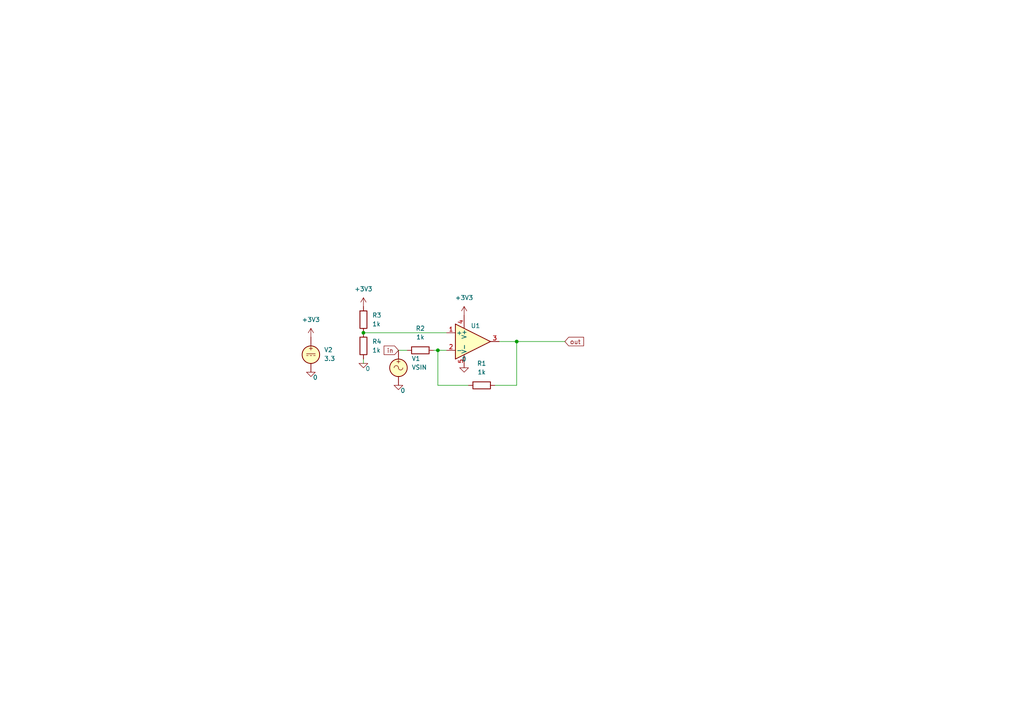
<source format=kicad_sch>
(kicad_sch (version 20230819) (generator eeschema)
  (paper "A4")
  (lib_symbols
    (symbol "Device:R" (pin_numbers hide) (pin_names (offset 0))
      (property "Reference" "R" (at 2.032 0 90))
      (property "Value" "R" (at 0 0 90))
      (symbol "R_0_1"
        (rectangle (start -1.016 -2.54) (end 1.016 2.54) (stroke (width 0.254)))
      )
      (symbol "R_1_1"
        (pin passive line (at 0 3.81 270) (length 1.27) (name "~") (number "1"))
        (pin passive line (at 0 -3.81 90) (length 1.27) (name "~") (number "2"))
      )
    )
    (symbol "Simulation_SPICE:0" (power) (pin_names (offset 0))
      (property "Value" "0" (at 0 -1.778 0))
      (symbol "0_0_1"
        (polyline (pts (xy -1.27 0) (xy 0 -1.27) (xy 1.27 0) (xy -1.27 0)))
      )
      (symbol "0_1_1"
        (pin power_in line (at 0 0 0) (length 0) hide (name "0") (number "1"))
      )
    )
    (symbol "Simulation_SPICE:OPAMP" (pin_names (offset 0.254))
      (property "Reference" "U" (at 3.81 3.175 0))
      (property "Value" "${SIM.PARAMS}" (at 3.81 -3.175 0))
      (symbol "OPAMP_0_1"
        (polyline (pts (xy 5.08 0) (xy -5.08 5.08) (xy -5.08 -5.08) (xy 5.08 0)) (stroke (width 0.254)) (fill (type background)))
      )
      (symbol "OPAMP_1_1"
        (pin input line (at -7.62 2.54 0) (length 2.54) (name "+") (number "1"))
        (pin input line (at -7.62 -2.54 0) (length 2.54) (name "-") (number "2"))
        (pin output line (at 7.62 0 180) (length 2.54) (name "~") (number "3"))
        (pin power_in line (at -2.54 7.62 270) (length 3.81) (name "V+") (number "4"))
        (pin power_in line (at -2.54 -7.62 90) (length 3.81) (name "V-") (number "5"))
      )
    )
    (symbol "Simulation_SPICE:VDC" (pin_numbers hide) (pin_names (offset 0.0254))
      (property "Reference" "V" (at 2.54 2.54 0))
      (property "Value" "1" (at 2.54 0 0))
      (symbol "VDC_0_0"
        (polyline (pts (xy -1.27 0.254) (xy 1.27 0.254)))
        (polyline (pts (xy -0.762 -0.254) (xy -1.27 -0.254)))
        (polyline (pts (xy 0.254 -0.254) (xy -0.254 -0.254)))
        (polyline (pts (xy 1.27 -0.254) (xy 0.762 -0.254)))
        (text "+" (at 0 1.905 0) (effects (font (size 1.27 1.27))))
      )
      (symbol "VDC_0_1"
        (circle (center 0 0) (radius 2.54) (stroke (width 0.254)) (fill (type background)))
      )
      (symbol "VDC_1_1"
        (pin passive line (at 0 5.08 270) (length 2.54) (name "~") (number "1"))
        (pin passive line (at 0 -5.08 90) (length 2.54) (name "~") (number "2"))
      )
    )
    (symbol "Simulation_SPICE:VSIN" (pin_numbers hide) (pin_names (offset 0.0254))
      (property "Reference" "V" (at 2.54 2.54 0))
      (property "Value" "VSIN" (at 2.54 0 0))
      (property "Sim.Params" "dc=0 ampl=1 f=1k ac=1" (at 2.54 -2.54 0))
      (symbol "VSIN_0_0"
        (arc (start 0 0) (mid -0.635 0.6323) (end -1.27 0))
        (arc (start 0 0) (mid 0.635 -0.6323) (end 1.27 0))
        (text "+" (at 0 1.905 0) (effects (font (size 1.27 1.27))))
      )
      (symbol "VSIN_0_1"
        (circle (center 0 0) (radius 2.54) (stroke (width 0.254)) (fill (type background)))
      )
      (symbol "VSIN_1_1"
        (pin passive line (at 0 5.08 270) (length 2.54) (name "~") (number "1"))
        (pin passive line (at 0 -5.08 90) (length 2.54) (name "~") (number "2"))
      )
    )
    (symbol "power:+3V3" (power) (pin_names (offset 0))
      (property "Value" "+3V3" (at 0 3.556 0))
      (symbol "+3V3_0_1"
        (polyline (pts (xy -0.762 1.27) (xy 0 2.54)))
        (polyline (pts (xy 0 0) (xy 0 2.54)))
        (polyline (pts (xy 0 2.54) (xy 0.762 1.27)))
      )
      (symbol "+3V3_1_1"
        (pin power_in line (at 0 0 90) (length 0) hide (name "+3V3") (number "1"))
      )
    )
  )
  (junction (at 127 101.6))
  (junction (at 105.41 96.52))
  (junction (at 149.86 99.06))
  (wire (pts (xy 149.86 99.06) (xy 163.83 99.06)))
  (wire (pts (xy 105.41 96.52) (xy 129.54 96.52)))
  (wire (pts (xy 127 101.6) (xy 127 111.76)))
  (wire (pts (xy 127 111.76) (xy 135.89 111.76)))
  (wire (pts (xy 125.73 101.6) (xy 127 101.6)))
  (wire (pts (xy 105.41 105.41) (xy 105.41 104.14)))
  (wire (pts (xy 144.78 99.06) (xy 149.86 99.06)))
  (wire (pts (xy 149.86 111.76) (xy 149.86 99.06)))
  (wire (pts (xy 127 101.6) (xy 129.54 101.6)))
  (wire (pts (xy 143.51 111.76) (xy 149.86 111.76)))
  (wire (pts (xy 118.11 101.6) (xy 115.57 101.6)))
  (global_label "in" (shape input) (at 115.57 101.6 180) (property "Intersheetrefs" "${INTERSHEET_REFS}" (effects hide)))
  (global_label "out" (shape input) (at 163.83 99.06 0) (property "Intersheetrefs" "${INTERSHEET_REFS}" (effects hide)))
  (symbol (lib_id "power:+3V3") (at 90.17 97.79 0) (unit 1)
    (property "Reference" "#PWR01" (effects hide))
    (property "Value" "+3V3" (at 90.17 92.71 0))
    (property "Description" "Power symbol creates a global label with name \"+3V3\"" (effects hide))
  )
  (symbol (lib_id "power:+3V3") (at 134.62 91.44 0) (unit 1)
    (property "Reference" "#PWR02" (effects hide))
    (property "Value" "+3V3" (at 134.62 86.36 0))
    (property "Description" "Power symbol creates a global label with name \"+3V3\"" (effects hide))
  )
  (symbol (lib_id "power:+3V3") (at 105.41 88.9 0) (unit 1)
    (property "Reference" "#PWR03" (effects hide))
    (property "Value" "+3V3" (at 105.41 83.82 0))
    (property "Description" "Power symbol creates a global label with name \"+3V3\"" (effects hide))
  )
  (symbol (lib_id "Device:R") (at 121.92 101.6 90) (unit 1)
    (property "Reference" "R2" (at 121.92 95.25 90))
    (property "Value" "1k" (at 121.92 97.79 90))
    (property "Description" "Resistor" (effects hide))
  )
  (symbol (lib_id "Simulation_SPICE:VDC") (at 90.17 102.87 0) (unit 1)
    (property "Reference" "V2" (at 93.98 101.4701 0) (effects (justify left)))
    (property "Value" "3.3" (at 93.98 104.0101 0) (effects (justify left)))
    (property "Description" "Voltage source, DC" (effects hide))
    (property "Sim.Pins" "1=+ 2=-" (effects hide))
    (property "Sim.Type" "DC" (effects hide))
    (property "Sim.Device" "V" (effects hide))
  )
  (symbol (lib_id "Simulation_SPICE:OPAMP") (at 137.16 99.06 0) (unit 1)
    (property "Reference" "U1" (at 137.922 94.488 0))
    (property "Value" "${SIM.PARAMS}" (effects hide))
    (property "Description" "Operational amplifier, single, node sequence=1:+ 2:- 3:OUT 4:V+ 5:V-" (effects hide))
    (property "Sim.Pins" "1=1 2=2 3=45 4=99 5=50" (effects hide))
    (property "Sim.Device" "SUBCKT" (effects hide))
    (property "Sim.Library" "ad8551.cir" (effects hide))
    (property "Sim.Name" "AD8551" (effects hide))
  )
  (symbol (lib_id "Device:R") (at 105.41 92.71 180) (unit 1)
    (property "Reference" "R3" (at 107.95 91.4399 0) (effects (justify right)))
    (property "Value" "1k" (at 107.95 93.9799 0) (effects (justify right)))
    (property "Description" "Resistor" (effects hide))
  )
  (symbol (lib_id "Simulation_SPICE:0") (at 134.62 106.68 0) (unit 1)
    (property "Reference" "#GND02" (effects hide))
    (property "Value" "0" (at 134.62 104.14 0))
    (property "Description" "0V reference potential for simulation" (effects hide))
  )
  (symbol (lib_id "Device:R") (at 105.41 100.33 180) (unit 1)
    (property "Reference" "R4" (at 107.95 99.0599 0) (effects (justify right)))
    (property "Value" "1k" (at 107.95 101.5999 0) (effects (justify right)))
    (property "Description" "Resistor" (effects hide))
  )
  (symbol (lib_id "Device:R") (at 139.7 111.76 90) (unit 1)
    (property "Reference" "R1" (at 139.7 105.41 90))
    (property "Value" "1k" (at 139.7 107.95 90))
    (property "Description" "Resistor" (effects hide))
  )
  (symbol (lib_id "Simulation_SPICE:0") (at 105.41 105.41 0) (unit 1)
    (property "Reference" "#GND01" (effects hide))
    (property "Value" "0" (at 106.68 106.934 0))
    (property "Description" "0V reference potential for simulation" (effects hide))
  )
  (symbol (lib_id "Simulation_SPICE:0") (at 115.57 111.76 0) (unit 1)
    (property "Reference" "#GND04" (effects hide))
    (property "Value" "0" (at 116.84 113.284 0))
    (property "Description" "0V reference potential for simulation" (effects hide))
  )
  (symbol (lib_id "Simulation_SPICE:0") (at 90.17 107.95 0) (unit 1)
    (property "Reference" "#GND05" (effects hide))
    (property "Value" "0" (at 91.44 109.474 0))
    (property "Description" "0V reference potential for simulation" (effects hide))
  )
  (symbol (lib_id "Simulation_SPICE:VSIN") (at 115.57 106.68 0) (unit 1)
    (property "Reference" "V1" (at 119.38 104.0101 0) (effects (justify left)))
    (property "Value" "VSIN" (at 119.38 106.5501 0) (effects (justify left)))
    (property "Description" "Voltage source, sinusoidal" (effects hide))
    (property "Sim.Pins" "1=+ 2=-" (effects hide))
    (property "Sim.Params" "dc=1.65 ampl=1.65 f=1k td=0 theta=0 phase=0 ac=1" (effects hide))
    (property "Sim.Type" "SIN" (effects hide))
    (property "Sim.Device" "V" (effects hide))
  )
)
</source>
